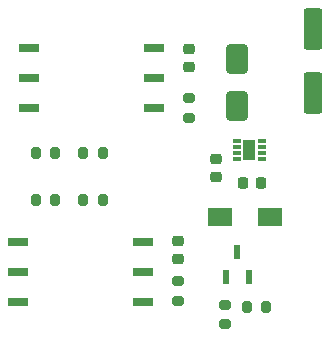
<source format=gtp>
%TF.GenerationSoftware,KiCad,Pcbnew,9.0.5-9.0.5~ubuntu24.04.1*%
%TF.CreationDate,2025-10-25T11:16:37+03:00*%
%TF.ProjectId,Blood pressure sensor,426c6f6f-6420-4707-9265-737375726520,rev?*%
%TF.SameCoordinates,Original*%
%TF.FileFunction,Paste,Top*%
%TF.FilePolarity,Positive*%
%FSLAX46Y46*%
G04 Gerber Fmt 4.6, Leading zero omitted, Abs format (unit mm)*
G04 Created by KiCad (PCBNEW 9.0.5-9.0.5~ubuntu24.04.1) date 2025-10-25 11:16:37*
%MOMM*%
%LPD*%
G01*
G04 APERTURE LIST*
G04 Aperture macros list*
%AMRoundRect*
0 Rectangle with rounded corners*
0 $1 Rounding radius*
0 $2 $3 $4 $5 $6 $7 $8 $9 X,Y pos of 4 corners*
0 Add a 4 corners polygon primitive as box body*
4,1,4,$2,$3,$4,$5,$6,$7,$8,$9,$2,$3,0*
0 Add four circle primitives for the rounded corners*
1,1,$1+$1,$2,$3*
1,1,$1+$1,$4,$5*
1,1,$1+$1,$6,$7*
1,1,$1+$1,$8,$9*
0 Add four rect primitives between the rounded corners*
20,1,$1+$1,$2,$3,$4,$5,0*
20,1,$1+$1,$4,$5,$6,$7,0*
20,1,$1+$1,$6,$7,$8,$9,0*
20,1,$1+$1,$8,$9,$2,$3,0*%
G04 Aperture macros list end*
%ADD10RoundRect,0.250000X-0.550000X1.500000X-0.550000X-1.500000X0.550000X-1.500000X0.550000X1.500000X0*%
%ADD11RoundRect,0.200000X-0.200000X-0.275000X0.200000X-0.275000X0.200000X0.275000X-0.200000X0.275000X0*%
%ADD12RoundRect,0.225000X-0.225000X-0.250000X0.225000X-0.250000X0.225000X0.250000X-0.225000X0.250000X0*%
%ADD13R,0.700000X0.300000*%
%ADD14R,1.000000X1.700000*%
%ADD15RoundRect,0.200000X0.275000X-0.200000X0.275000X0.200000X-0.275000X0.200000X-0.275000X-0.200000X0*%
%ADD16R,2.100000X1.500000*%
%ADD17RoundRect,0.225000X0.250000X-0.225000X0.250000X0.225000X-0.250000X0.225000X-0.250000X-0.225000X0*%
%ADD18RoundRect,0.200000X0.200000X0.275000X-0.200000X0.275000X-0.200000X-0.275000X0.200000X-0.275000X0*%
%ADD19R,0.600000X1.300000*%
%ADD20R,1.750000X0.650000*%
%ADD21RoundRect,0.200000X-0.275000X0.200000X-0.275000X-0.200000X0.275000X-0.200000X0.275000X0.200000X0*%
%ADD22RoundRect,0.250000X-0.650000X1.000000X-0.650000X-1.000000X0.650000X-1.000000X0.650000X1.000000X0*%
G04 APERTURE END LIST*
D10*
%TO.C,C5*%
X138500000Y-77000000D03*
X138500000Y-82400000D03*
%TD*%
D11*
%TO.C,R5*%
X119000000Y-91500000D03*
X120650000Y-91500000D03*
%TD*%
D12*
%TO.C,C3*%
X132500000Y-90000000D03*
X134050000Y-90000000D03*
%TD*%
D13*
%TO.C,IC3*%
X134100000Y-88000000D03*
X134100000Y-87500000D03*
X134100000Y-87000000D03*
X134100000Y-86500000D03*
X132000000Y-86500000D03*
X132000000Y-87000000D03*
X132000000Y-87500000D03*
X132000000Y-88000000D03*
D14*
X133050000Y-87250000D03*
%TD*%
D15*
%TO.C,R7*%
X131000000Y-102000000D03*
X131000000Y-100350000D03*
%TD*%
D11*
%TO.C,R2*%
X115000000Y-87500000D03*
X116650000Y-87500000D03*
%TD*%
D16*
%TO.C,D2*%
X130625000Y-92900000D03*
X134825000Y-92900000D03*
%TD*%
D17*
%TO.C,C1*%
X128000000Y-80225000D03*
X128000000Y-78675000D03*
%TD*%
D18*
%TO.C,R3*%
X120650000Y-87500000D03*
X119000000Y-87500000D03*
%TD*%
D19*
%TO.C,Q1*%
X131100000Y-98000000D03*
X133000000Y-98000000D03*
X132050000Y-95900000D03*
%TD*%
D20*
%TO.C,IC2*%
X124100000Y-95000000D03*
X124100000Y-97540000D03*
X124100000Y-100080000D03*
X113500000Y-100080000D03*
X113500000Y-97540000D03*
X113500000Y-95000000D03*
%TD*%
D21*
%TO.C,R1*%
X128000000Y-82850000D03*
X128000000Y-84500000D03*
%TD*%
D22*
%TO.C,D1*%
X132000000Y-79500000D03*
X132000000Y-83500000D03*
%TD*%
D17*
%TO.C,C2*%
X127000000Y-96500000D03*
X127000000Y-94950000D03*
%TD*%
%TO.C,C4*%
X130275000Y-89550000D03*
X130275000Y-88000000D03*
%TD*%
D11*
%TO.C,R6*%
X115000000Y-91500000D03*
X116650000Y-91500000D03*
%TD*%
D21*
%TO.C,R4*%
X127000000Y-98350000D03*
X127000000Y-100000000D03*
%TD*%
D18*
%TO.C,R8*%
X134500000Y-100500000D03*
X132850000Y-100500000D03*
%TD*%
D20*
%TO.C,IC1*%
X125000000Y-78595000D03*
X125000000Y-81135000D03*
X125000000Y-83675000D03*
X114400000Y-83675000D03*
X114400000Y-81135000D03*
X114400000Y-78595000D03*
%TD*%
M02*

</source>
